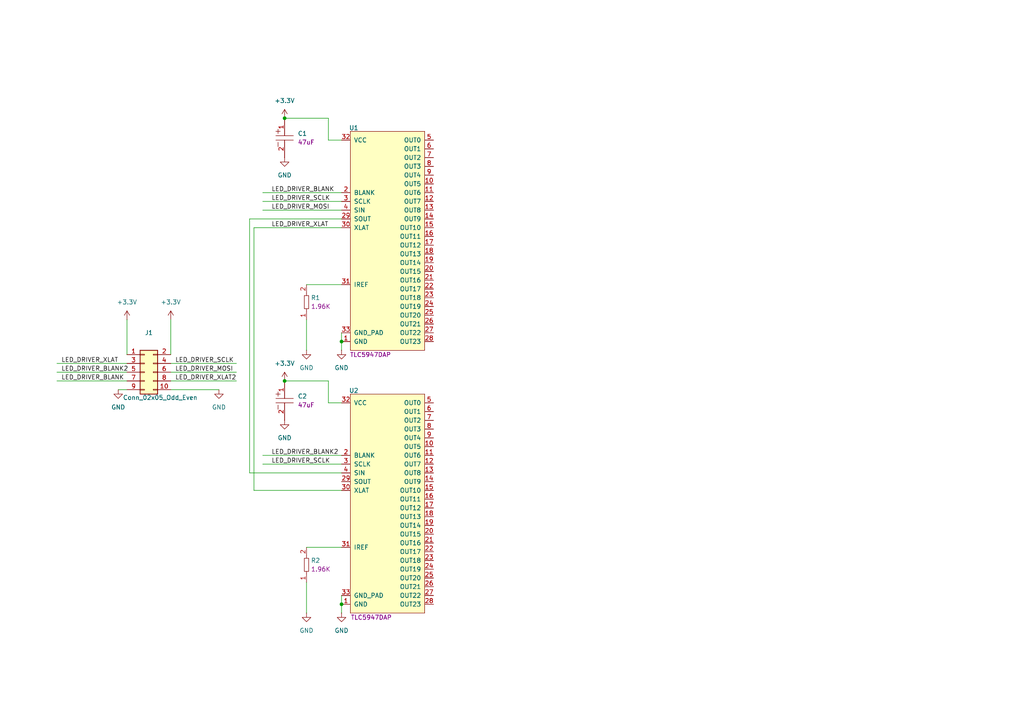
<source format=kicad_sch>
(kicad_sch (version 20231120) (generator "eeschema") (generator_version "8.0")
  (paper "A4")
  (lib_symbols
    (symbol "AVR-KiCAD-Lib-Capacitors:UCM1C470MCL1GS" (pin_names (offset 1.016))
      (property "Reference" "C" (at -2.54 2.54 0))
      (property "_Value_" "47uF" (at 58.42 63.5 0))
      (symbol "UCM1C470MCL1GS_0_1"
        (polyline (pts (xy -1.27 -1.27) (xy -1.27 -2.54)))
        (polyline (pts (xy -0.635 -1.905) (xy -1.905 -1.905)))
        (polyline (pts (xy 1.905 -1.905) (xy 3.175 -1.905)))
      )
      (symbol "UCM1C470MCL1GS_1_1"
        (polyline (pts (xy 0 2.54) (xy 0 -2.54)))
        (polyline (pts (xy 1.27 2.54) (xy 1.27 -2.54)))
        (pin input line (at -5.08 0 0) (length 5.08) (name "~") (number "1"))
        (pin input line (at 6.35 0 180) (length 5.08) (name "~") (number "2"))
      )
    )
    (symbol "AVR-KiCAD-Lib-ICs:TLC5947DAP" (pin_names (offset 1.016))
      (property "Reference" "U" (at 0 62.23 0))
      (property "_Value_" "TLC5947DAP" (at 6.35 -3.81 0))
      (symbol "TLC5947DAP_1_1"
        (rectangle (start 0 60.96) (end 21.59 -2.54) (fill (type background)))
        (pin input line (at -2.54 0 0) (length 2.54) (name "GND") (number "1"))
        (pin output line (at 24.13 45.72 180) (length 2.54) (name "OUT5") (number "10"))
        (pin output line (at 24.13 43.18 180) (length 2.54) (name "OUT6") (number "11"))
        (pin output line (at 24.13 40.64 180) (length 2.54) (name "OUT7") (number "12"))
        (pin output line (at 24.13 38.1 180) (length 2.54) (name "OUT8") (number "13"))
        (pin output line (at 24.13 35.56 180) (length 2.54) (name "OUT9") (number "14"))
        (pin output line (at 24.13 33.02 180) (length 2.54) (name "OUT10") (number "15"))
        (pin output line (at 24.13 30.48 180) (length 2.54) (name "OUT11") (number "16"))
        (pin output line (at 24.13 27.94 180) (length 2.54) (name "OUT12") (number "17"))
        (pin output line (at 24.13 25.4 180) (length 2.54) (name "OUT13") (number "18"))
        (pin output line (at 24.13 22.86 180) (length 2.54) (name "OUT14") (number "19"))
        (pin input line (at -2.54 43.18 0) (length 2.54) (name "BLANK") (number "2"))
        (pin output line (at 24.13 20.32 180) (length 2.54) (name "OUT15") (number "20"))
        (pin output line (at 24.13 17.78 180) (length 2.54) (name "OUT16") (number "21"))
        (pin output line (at 24.13 15.24 180) (length 2.54) (name "OUT17") (number "22"))
        (pin output line (at 24.13 12.7 180) (length 2.54) (name "OUT18") (number "23"))
        (pin output line (at 24.13 10.16 180) (length 2.54) (name "OUT19") (number "24"))
        (pin output line (at 24.13 7.62 180) (length 2.54) (name "OUT20") (number "25"))
        (pin output line (at 24.13 5.08 180) (length 2.54) (name "OUT21") (number "26"))
        (pin output line (at 24.13 2.54 180) (length 2.54) (name "OUT22") (number "27"))
        (pin output line (at 24.13 0 180) (length 2.54) (name "OUT23") (number "28"))
        (pin output line (at -2.54 35.56 0) (length 2.54) (name "SOUT") (number "29"))
        (pin input line (at -2.54 40.64 0) (length 2.54) (name "SCLK") (number "3"))
        (pin input line (at -2.54 33.02 0) (length 2.54) (name "XLAT") (number "30"))
        (pin input line (at -2.54 16.51 0) (length 2.54) (name "IREF") (number "31"))
        (pin power_in line (at -2.54 58.42 0) (length 2.54) (name "VCC") (number "32"))
        (pin passive line (at -2.54 2.54 0) (length 2.54) (name "GND_PAD") (number "33"))
        (pin input line (at -2.54 38.1 0) (length 2.54) (name "SIN") (number "4"))
        (pin output line (at 24.13 58.42 180) (length 2.54) (name "OUT0") (number "5"))
        (pin output line (at 24.13 55.88 180) (length 2.54) (name "OUT1") (number "6"))
        (pin output line (at 24.13 53.34 180) (length 2.54) (name "OUT2") (number "7"))
        (pin output line (at 24.13 50.8 180) (length 2.54) (name "OUT3") (number "8"))
        (pin output line (at 24.13 48.26 180) (length 2.54) (name "OUT4") (number "9"))
      )
    )
    (symbol "AVR-KiCAD-Lib-Resistors:RC0805FR-071K96L" (pin_names (offset 1.016))
      (property "Reference" "R" (at -2.54 2.54 0))
      (property "Value" "RC0805FR-071K96L" (at 1.27 5.08 0))
      (property "_Value_" "1.96K" (at 58.42 63.5 0))
      (symbol "RC0805FR-071K96L_0_1"
        (rectangle (start -1.905 0.635) (end 1.905 -0.635))
        (polyline (pts (xy -2.54 0) (xy -1.905 0)))
        (polyline (pts (xy -1.905 0) (xy -1.905 0)))
        (polyline (pts (xy 1.905 0) (xy 1.905 0)))
        (polyline (pts (xy 2.54 0) (xy 1.905 0)))
      )
      (symbol "RC0805FR-071K96L_1_1"
        (pin passive line (at -5.08 0 0) (length 2.5146) (name "~") (number "1"))
        (pin passive line (at 5.08 0 180) (length 2.5146) (name "~") (number "2"))
      )
    )
    (symbol "Connector_Generic:Conn_02x05_Odd_Even" (pin_names (offset 1.016) hide)
      (property "Reference" "J" (at 1.27 7.62 0))
      (property "Value" "Conn_02x05_Odd_Even" (at 1.27 -7.62 0))
      (symbol "Conn_02x05_Odd_Even_1_1"
        (rectangle (start -1.27 -4.953) (end 0 -5.207) (stroke (width 0.1524)))
        (rectangle (start -1.27 -2.413) (end 0 -2.667) (stroke (width 0.1524)))
        (rectangle (start -1.27 0.127) (end 0 -0.127) (stroke (width 0.1524)))
        (rectangle (start -1.27 2.667) (end 0 2.413) (stroke (width 0.1524)))
        (rectangle (start -1.27 5.207) (end 0 4.953) (stroke (width 0.1524)))
        (rectangle (start -1.27 6.35) (end 3.81 -6.35) (stroke (width 0.254)) (fill (type background)))
        (rectangle (start 3.81 -4.953) (end 2.54 -5.207) (stroke (width 0.1524)))
        (rectangle (start 3.81 -2.413) (end 2.54 -2.667) (stroke (width 0.1524)))
        (rectangle (start 3.81 0.127) (end 2.54 -0.127) (stroke (width 0.1524)))
        (rectangle (start 3.81 2.667) (end 2.54 2.413) (stroke (width 0.1524)))
        (rectangle (start 3.81 5.207) (end 2.54 4.953) (stroke (width 0.1524)))
        (pin passive line (at -5.08 5.08 0) (length 3.81) (name "Pin_1") (number "1"))
        (pin passive line (at 7.62 -5.08 180) (length 3.81) (name "Pin_10") (number "10"))
        (pin passive line (at 7.62 5.08 180) (length 3.81) (name "Pin_2") (number "2"))
        (pin passive line (at -5.08 2.54 0) (length 3.81) (name "Pin_3") (number "3"))
        (pin passive line (at 7.62 2.54 180) (length 3.81) (name "Pin_4") (number "4"))
        (pin passive line (at -5.08 0 0) (length 3.81) (name "Pin_5") (number "5"))
        (pin passive line (at 7.62 0 180) (length 3.81) (name "Pin_6") (number "6"))
        (pin passive line (at -5.08 -2.54 0) (length 3.81) (name "Pin_7") (number "7"))
        (pin passive line (at 7.62 -2.54 180) (length 3.81) (name "Pin_8") (number "8"))
        (pin passive line (at -5.08 -5.08 0) (length 3.81) (name "Pin_9") (number "9"))
      )
    )
    (symbol "power:+3.3V" (power) (pin_numbers hide) (pin_names (offset 0) hide)
      (property "Value" "+3.3V" (at 0 3.556 0))
      (symbol "+3.3V_0_1"
        (polyline (pts (xy -0.762 1.27) (xy 0 2.54)))
        (polyline (pts (xy 0 0) (xy 0 2.54)))
        (polyline (pts (xy 0 2.54) (xy 0.762 1.27)))
      )
      (symbol "+3.3V_1_1"
        (pin power_in line (at 0 0 90) (length 0) (name "~") (number "1"))
      )
    )
    (symbol "power:GND" (power) (pin_numbers hide) (pin_names (offset 0) hide)
      (property "Value" "GND" (at 0 -3.81 0))
      (symbol "GND_0_1"
        (polyline (pts (xy 0 0) (xy 0 -1.27) (xy 1.27 -1.27) (xy 0 -2.54) (xy -1.27 -1.27) (xy 0 -1.27)))
      )
      (symbol "GND_1_1"
        (pin power_in line (at 0 0 270) (length 0) (name "~") (number "1"))
      )
    )
  )
  (junction (at 82.55 34.29))
  (junction (at 99.06 175.26))
  (junction (at 82.55 110.49))
  (junction (at 99.06 99.06))
  (wire (pts (xy 49.53 113.03) (xy 63.5 113.03)))
  (wire (pts (xy 88.9 82.55) (xy 99.06 82.55)))
  (wire (pts (xy 49.53 107.95) (xy 68.58 107.95)))
  (wire (pts (xy 76.2 60.96) (xy 99.06 60.96)))
  (wire (pts (xy 99.06 172.72) (xy 99.06 175.26)))
  (wire (pts (xy 95.25 40.64) (xy 99.06 40.64)))
  (wire (pts (xy 72.39 137.16) (xy 99.06 137.16)))
  (wire (pts (xy 16.51 110.49) (xy 36.83 110.49)))
  (wire (pts (xy 99.06 99.06) (xy 99.06 101.6)))
  (wire (pts (xy 82.55 110.49) (xy 95.25 110.49)))
  (wire (pts (xy 73.66 66.04) (xy 99.06 66.04)))
  (wire (pts (xy 36.83 92.71) (xy 36.83 102.87)))
  (wire (pts (xy 82.55 34.29) (xy 95.25 34.29)))
  (wire (pts (xy 95.25 34.29) (xy 95.25 40.64)))
  (wire (pts (xy 16.51 107.95) (xy 36.83 107.95)))
  (wire (pts (xy 99.06 175.26) (xy 99.06 177.8)))
  (wire (pts (xy 95.25 110.49) (xy 95.25 116.84)))
  (wire (pts (xy 88.9 92.71) (xy 88.9 101.6)))
  (wire (pts (xy 73.66 142.24) (xy 99.06 142.24)))
  (wire (pts (xy 76.2 58.42) (xy 99.06 58.42)))
  (wire (pts (xy 34.29 113.03) (xy 36.83 113.03)))
  (wire (pts (xy 49.53 110.49) (xy 68.58 110.49)))
  (wire (pts (xy 49.53 92.71) (xy 49.53 102.87)))
  (wire (pts (xy 76.2 134.62) (xy 99.06 134.62)))
  (wire (pts (xy 76.2 55.88) (xy 99.06 55.88)))
  (wire (pts (xy 49.53 105.41) (xy 68.58 105.41)))
  (wire (pts (xy 73.66 66.04) (xy 73.66 142.24)))
  (wire (pts (xy 72.39 63.5) (xy 72.39 137.16)))
  (wire (pts (xy 76.2 132.08) (xy 99.06 132.08)))
  (wire (pts (xy 88.9 168.91) (xy 88.9 177.8)))
  (wire (pts (xy 88.9 158.75) (xy 99.06 158.75)))
  (wire (pts (xy 16.51 105.41) (xy 36.83 105.41)))
  (wire (pts (xy 99.06 96.52) (xy 99.06 99.06)))
  (wire (pts (xy 95.25 116.84) (xy 99.06 116.84)))
  (wire (pts (xy 72.39 63.5) (xy 99.06 63.5)))
  (label "LED_DRIVER_BLANK2" (at 78.74 132.08 0))
  (label "LED_DRIVER_XLAT" (at 78.74 66.04 0))
  (label "LED_DRIVER_BLANK" (at 78.74 55.88 0))
  (label "LED_DRIVER_SCLK" (at 50.8 105.41 0))
  (label "LED_DRIVER_MOSI" (at 78.74 60.96 0))
  (label "LED_DRIVER_BLANK" (at 17.78 110.49 0))
  (label "LED_DRIVER_MOSI" (at 50.8 107.95 0))
  (label "LED_DRIVER_SCLK" (at 78.74 58.42 0))
  (label "LED_DRIVER_SCLK" (at 78.74 134.62 0))
  (label "LED_DRIVER_XLAT2" (at 50.8 110.49 0))
  (label "LED_DRIVER_XLAT" (at 17.78 105.41 0))
  (label "LED_DRIVER_BLANK2" (at 17.78 107.95 0))
  (symbol (lib_id "AVR-KiCAD-Lib-Capacitors:UCM1C470MCL1GS") (at 82.55 39.37 270) (unit 1)
    (property "Reference" "C1" (at 86.36 38.7349 90) (effects (justify left)))
    (property "Value" "UCM1C470MCL1GS" (effects (hide yes)))
    (property "Footprint" "AVR-KiCAD-Lib-Capacitors:UCM1C470MCL1GS" (effects (hide yes)))
    (property "Datasheet" "http://nichicon-us.com/english/products/pdfs/e-ucm.pdf" (effects (hide yes)))
    (property "Description" "47µF 16V Aluminum Electrolytic Capacitors Radial, Can - SMD  2000 Hrs @ 105°C" (effects (hide yes)))
    (property "Cost QTY: 1" "0.60000" (effects (hide yes)))
    (property "Cost QTY: 1000" "0.17512" (effects (hide yes)))
    (property "Cost QTY: 2500" "*" (effects (hide yes)))
    (property "Cost QTY: 5000" "*" (effects (hide yes)))
    (property "Cost QTY: 10000" "0.12589" (effects (hide yes)))
    (property "MFR" "Nichicon" (effects (hide yes)))
    (property "MFR#" "UCM1C470MCL1GS" (effects (hide yes)))
    (property "Vendor" "Digikey" (effects (hide yes)))
    (property "Vendor #" "493-14529-2-ND" (effects (hide yes)))
    (property "Designer" "AVR" (effects (hide yes)))
    (property "Height" "6.10mm" (effects (hide yes)))
    (property "Date Created" "6/21/2020" (effects (hide yes)))
    (property "Date Modified" "6/21/2020" (effects (hide yes)))
    (property "Lead-Free ?" "Yes" (effects (hide yes)))
    (property "RoHS Levels" "1" (effects (hide yes)))
    (property "Mounting" "SMT" (effects (hide yes)))
    (property "Pin Count #" "2" (effects (hide yes)))
    (property "Status" "Active" (effects (hide yes)))
    (property "Tolerance" "20%" (effects (hide yes)))
    (property "Type" "Capacitor" (effects (hide yes)))
    (property "Voltage" "16V" (effects (hide yes)))
    (property "Package" "Radial Can SMD" (effects (hide yes)))
    (property "_Value_" "47uF" (at 86.36 41.2749 90) (effects (justify left)))
    (property "Management_ID" "*" (effects (hide yes)))
  )
  (symbol (lib_id "power:GND") (at 99.06 177.8 0) (unit 1)
    (property "Reference" "#PWR010" (effects (hide yes)))
    (property "Value" "GND" (at 99.06 182.88 0))
    (property "Description" "Power symbol creates a global label with name \"GND\" , ground" (effects (hide yes)))
  )
  (symbol (lib_id "power:GND") (at 63.5 113.03 0) (unit 1)
    (property "Reference" "#PWR04" (effects (hide yes)))
    (property "Value" "GND" (at 63.5 118.11 0))
    (property "Description" "Power symbol creates a global label with name \"GND\" , ground" (effects (hide yes)))
  )
  (symbol (lib_id "power:GND") (at 82.55 121.92 0) (unit 1)
    (property "Reference" "#PWR08" (effects (hide yes)))
    (property "Value" "GND" (at 82.55 127 0))
    (property "Description" "Power symbol creates a global label with name \"GND\" , ground" (effects (hide yes)))
  )
  (symbol (lib_id "AVR-KiCAD-Lib-Resistors:RC0805FR-071K96L") (at 88.9 163.83 90) (unit 1)
    (property "Reference" "R2" (at 90.17 162.5599 90) (effects (justify right)))
    (property "Value" "RC0805FR-071K96L" (effects (hide yes)))
    (property "Footprint" "AVR-KiCAD-Lib-Resistors:R0805" (effects (hide yes)))
    (property "Datasheet" "https://www.yageo.com/upload/media/product/products/datasheet/rchip/PYu-RC_Group_51_RoHS_L_12.pdf" (effects (hide yes)))
    (property "Description" "1.96 kOhms ±1% 0.125W, 1/8W Chip Resistor 0805 (2012 Metric) Moisture Resistant Thick Film" (effects (hide yes)))
    (property "Cost QTY: 1" "0.10000" (effects (hide yes)))
    (property "Cost QTY: 1000" "0.00787" (effects (hide yes)))
    (property "Cost QTY: 2500" "*" (effects (hide yes)))
    (property "Cost QTY: 5000" "0.00577" (effects (hide yes)))
    (property "Cost QTY: 10000" "0.00511" (effects (hide yes)))
    (property "MFR" "YAGEO" (effects (hide yes)))
    (property "MFR#" "RC0805FR-071K96L" (effects (hide yes)))
    (property "Vendor" "Digikey" (effects (hide yes)))
    (property "Vendor #" "311-1.96KCRTR-ND" (effects (hide yes)))
    (property "Designer" "Adam Vadala-Roth" (effects (hide yes)))
    (property "Height" "0.6mm" (effects (hide yes)))
    (property "Date Created" "3/12/2024" (effects (hide yes)))
    (property "Date Modified" "3/12/2024" (effects (hide yes)))
    (property "Lead-Free ?" "Yes" (effects (hide yes)))
    (property "RoHS Levels" "1" (effects (hide yes)))
    (property "Mounting" "SMT" (effects (hide yes)))
    (property "Pin Count #" "2" (effects (hide yes)))
    (property "Status" "Active" (effects (hide yes)))
    (property "Tolerance" "1%" (effects (hide yes)))
    (property "Type" "Resistor" (effects (hide yes)))
    (property "Voltage" "N/A" (effects (hide yes)))
    (property "Package" "0805" (effects (hide yes)))
    (property "_Value_" "1.96K" (at 90.17 165.0999 90) (effects (justify right)))
    (property "Management_ID" "*" (effects (hide yes)))
  )
  (symbol (lib_id "power:+3.3V") (at 82.55 110.49 0) (unit 1)
    (property "Reference" "#PWR07" (effects (hide yes)))
    (property "Value" "+3.3V" (at 82.55 105.41 0))
    (property "Description" "Power symbol creates a global label with name \"+3.3V\"" (effects (hide yes)))
  )
  (symbol (lib_id "power:+3.3V") (at 36.83 92.71 0) (unit 1)
    (property "Reference" "#PWR02" (effects (hide yes)))
    (property "Value" "+3.3V" (at 36.83 87.63 0))
    (property "Description" "Power symbol creates a global label with name \"+3.3V\"" (effects (hide yes)))
  )
  (symbol (lib_id "AVR-KiCAD-Lib-ICs:TLC5947DAP") (at 101.6 99.06 0) (unit 1)
    (property "Reference" "U1" (at 102.616 37.084 0))
    (property "Value" "TLC5947DAP" (effects (hide yes)))
    (property "Footprint" "AVR-KiCAD-Lib-ICs:DAP32_4P36X4P11" (effects (hide yes)))
    (property "Datasheet" "https://www.ti.com/lit/ds/symlink/tlc5947.pdf" (effects (hide yes)))
    (property "Description" "IC LED DRVR LINEAR 30MA 32HTSSOP" (effects (hide yes)))
    (property "Cost QTY: 1" "4.66000" (effects (hide yes)))
    (property "Cost QTY: 1000" "2.46319" (effects (hide yes)))
    (property "Cost QTY: 2500" "*" (effects (hide yes)))
    (property "Cost QTY: 5000" "*" (effects (hide yes)))
    (property "Cost QTY: 10000" "*" (effects (hide yes)))
    (property "MFR" "Texas Instruments" (effects (hide yes)))
    (property "MFR#" "TLC5947DAP" (effects (hide yes)))
    (property "Vendor" "Digikey" (effects (hide yes)))
    (property "Vendor #" "296-23576-5-ND" (effects (hide yes)))
    (property "Designer" "Adam Vadala-Roth" (effects (hide yes)))
    (property "Height" "1.2mm" (effects (hide yes)))
    (property "Date Created" "9/26/2023" (effects (hide yes)))
    (property "Date Modified" "9/26/2023" (effects (hide yes)))
    (property "Lead-Free ?" "Yes" (effects (hide yes)))
    (property "RoHS Levels" "1" (effects (hide yes)))
    (property "Mounting" "SMT" (effects (hide yes)))
    (property "Pin Count #" "32" (effects (hide yes)))
    (property "Status" "Active" (effects (hide yes)))
    (property "Tolerance" "N/A" (effects (hide yes)))
    (property "Type" "IC" (effects (hide yes)))
    (property "Voltage" "3-5.5VDC" (effects (hide yes)))
    (property "Package" "32-HTSSOP" (effects (hide yes)))
    (property "_Value_" "TLC5947DAP" (at 107.442 102.87 0))
    (property "Management_ID" "*" (effects (hide yes)))
  )
  (symbol (lib_id "AVR-KiCAD-Lib-ICs:TLC5947DAP") (at 101.6 175.26 0) (unit 1)
    (property "Reference" "U2" (at 102.616 113.284 0))
    (property "Value" "TLC5947DAP" (effects (hide yes)))
    (property "Footprint" "AVR-KiCAD-Lib-ICs:DAP32_4P36X4P11" (effects (hide yes)))
    (property "Datasheet" "https://www.ti.com/lit/ds/symlink/tlc5947.pdf" (effects (hide yes)))
    (property "Description" "IC LED DRVR LINEAR 30MA 32HTSSOP" (effects (hide yes)))
    (property "Cost QTY: 1" "4.66000" (effects (hide yes)))
    (property "Cost QTY: 1000" "2.46319" (effects (hide yes)))
    (property "Cost QTY: 2500" "*" (effects (hide yes)))
    (property "Cost QTY: 5000" "*" (effects (hide yes)))
    (property "Cost QTY: 10000" "*" (effects (hide yes)))
    (property "MFR" "Texas Instruments" (effects (hide yes)))
    (property "MFR#" "TLC5947DAP" (effects (hide yes)))
    (property "Vendor" "Digikey" (effects (hide yes)))
    (property "Vendor #" "296-23576-5-ND" (effects (hide yes)))
    (property "Designer" "Adam Vadala-Roth" (effects (hide yes)))
    (property "Height" "1.2mm" (effects (hide yes)))
    (property "Date Created" "9/26/2023" (effects (hide yes)))
    (property "Date Modified" "9/26/2023" (effects (hide yes)))
    (property "Lead-Free ?" "Yes" (effects (hide yes)))
    (property "RoHS Levels" "1" (effects (hide yes)))
    (property "Mounting" "SMT" (effects (hide yes)))
    (property "Pin Count #" "32" (effects (hide yes)))
    (property "Status" "Active" (effects (hide yes)))
    (property "Tolerance" "N/A" (effects (hide yes)))
    (property "Type" "IC" (effects (hide yes)))
    (property "Voltage" "3-5.5VDC" (effects (hide yes)))
    (property "Package" "32-HTSSOP" (effects (hide yes)))
    (property "_Value_" "TLC5947DAP" (at 107.696 179.07 0))
    (property "Management_ID" "*" (effects (hide yes)))
  )
  (symbol (lib_id "power:GND") (at 88.9 101.6 0) (unit 1)
    (property "Reference" "#PWR011" (effects (hide yes)))
    (property "Value" "GND" (at 88.9 106.68 0))
    (property "Description" "Power symbol creates a global label with name \"GND\" , ground" (effects (hide yes)))
  )
  (symbol (lib_id "AVR-KiCAD-Lib-Resistors:RC0805FR-071K96L") (at 88.9 87.63 90) (unit 1)
    (property "Reference" "R1" (at 90.17 86.3599 90) (effects (justify right)))
    (property "Value" "RC0805FR-071K96L" (effects (hide yes)))
    (property "Footprint" "AVR-KiCAD-Lib-Resistors:R0805" (effects (hide yes)))
    (property "Datasheet" "https://www.yageo.com/upload/media/product/products/datasheet/rchip/PYu-RC_Group_51_RoHS_L_12.pdf" (effects (hide yes)))
    (property "Description" "1.96 kOhms ±1% 0.125W, 1/8W Chip Resistor 0805 (2012 Metric) Moisture Resistant Thick Film" (effects (hide yes)))
    (property "Cost QTY: 1" "0.10000" (effects (hide yes)))
    (property "Cost QTY: 1000" "0.00787" (effects (hide yes)))
    (property "Cost QTY: 2500" "*" (effects (hide yes)))
    (property "Cost QTY: 5000" "0.00577" (effects (hide yes)))
    (property "Cost QTY: 10000" "0.00511" (effects (hide yes)))
    (property "MFR" "YAGEO" (effects (hide yes)))
    (property "MFR#" "RC0805FR-071K96L" (effects (hide yes)))
    (property "Vendor" "Digikey" (effects (hide yes)))
    (property "Vendor #" "311-1.96KCRTR-ND" (effects (hide yes)))
    (property "Designer" "Adam Vadala-Roth" (effects (hide yes)))
    (property "Height" "0.6mm" (effects (hide yes)))
    (property "Date Created" "3/12/2024" (effects (hide yes)))
    (property "Date Modified" "3/12/2024" (effects (hide yes)))
    (property "Lead-Free ?" "Yes" (effects (hide yes)))
    (property "RoHS Levels" "1" (effects (hide yes)))
    (property "Mounting" "SMT" (effects (hide yes)))
    (property "Pin Count #" "2" (effects (hide yes)))
    (property "Status" "Active" (effects (hide yes)))
    (property "Tolerance" "1%" (effects (hide yes)))
    (property "Type" "Resistor" (effects (hide yes)))
    (property "Voltage" "N/A" (effects (hide yes)))
    (property "Package" "0805" (effects (hide yes)))
    (property "_Value_" "1.96K" (at 90.17 88.8999 90) (effects (justify right)))
    (property "Management_ID" "*" (effects (hide yes)))
  )
  (symbol (lib_id "Connector_Generic:Conn_02x05_Odd_Even") (at 41.91 107.95 0) (unit 1)
    (property "Reference" "J1" (at 43.18 96.52 0))
    (property "Value" "Conn_02x05_Odd_Even" (at 46.482 115.316 0))
    (property "Footprint" "Connector_PinHeader_2.54mm:PinHeader_2x05_P2.54mm_Vertical" (effects (hide yes)))
    (property "Description" "Generic connector, double row, 02x05, odd/even pin numbering scheme (row 1 odd numbers, row 2 even numbers), script generated (kicad-library-utils/schlib/autogen/connector/)" (effects (hide yes)))
  )
  (symbol (lib_id "power:GND") (at 88.9 177.8 0) (unit 1)
    (property "Reference" "#PWR012" (effects (hide yes)))
    (property "Value" "GND" (at 88.9 182.88 0))
    (property "Description" "Power symbol creates a global label with name \"GND\" , ground" (effects (hide yes)))
  )
  (symbol (lib_id "AVR-KiCAD-Lib-Capacitors:UCM1C470MCL1GS") (at 82.55 115.57 270) (unit 1)
    (property "Reference" "C2" (at 86.36 114.9349 90) (effects (justify left)))
    (property "Value" "UCM1C470MCL1GS" (effects (hide yes)))
    (property "Footprint" "AVR-KiCAD-Lib-Capacitors:UCM1C470MCL1GS" (effects (hide yes)))
    (property "Datasheet" "http://nichicon-us.com/english/products/pdfs/e-ucm.pdf" (effects (hide yes)))
    (property "Description" "47µF 16V Aluminum Electrolytic Capacitors Radial, Can - SMD  2000 Hrs @ 105°C" (effects (hide yes)))
    (property "Cost QTY: 1" "0.60000" (effects (hide yes)))
    (property "Cost QTY: 1000" "0.17512" (effects (hide yes)))
    (property "Cost QTY: 2500" "*" (effects (hide yes)))
    (property "Cost QTY: 5000" "*" (effects (hide yes)))
    (property "Cost QTY: 10000" "0.12589" (effects (hide yes)))
    (property "MFR" "Nichicon" (effects (hide yes)))
    (property "MFR#" "UCM1C470MCL1GS" (effects (hide yes)))
    (property "Vendor" "Digikey" (effects (hide yes)))
    (property "Vendor #" "493-14529-2-ND" (effects (hide yes)))
    (property "Designer" "AVR" (effects (hide yes)))
    (property "Height" "6.10mm" (effects (hide yes)))
    (property "Date Created" "6/21/2020" (effects (hide yes)))
    (property "Date Modified" "6/21/2020" (effects (hide yes)))
    (property "Lead-Free ?" "Yes" (effects (hide yes)))
    (property "RoHS Levels" "1" (effects (hide yes)))
    (property "Mounting" "SMT" (effects (hide yes)))
    (property "Pin Count #" "2" (effects (hide yes)))
    (property "Status" "Active" (effects (hide yes)))
    (property "Tolerance" "20%" (effects (hide yes)))
    (property "Type" "Capacitor" (effects (hide yes)))
    (property "Voltage" "16V" (effects (hide yes)))
    (property "Package" "Radial Can SMD" (effects (hide yes)))
    (property "_Value_" "47uF" (at 86.36 117.4749 90) (effects (justify left)))
    (property "Management_ID" "*" (effects (hide yes)))
  )
  (symbol (lib_id "power:+3.3V") (at 49.53 92.71 0) (unit 1)
    (property "Reference" "#PWR01" (effects (hide yes)))
    (property "Value" "+3.3V" (at 49.53 87.63 0))
    (property "Description" "Power symbol creates a global label with name \"+3.3V\"" (effects (hide yes)))
  )
  (symbol (lib_id "power:GND") (at 82.55 45.72 0) (unit 1)
    (property "Reference" "#PWR06" (effects (hide yes)))
    (property "Value" "GND" (at 82.55 50.8 0))
    (property "Description" "Power symbol creates a global label with name \"GND\" , ground" (effects (hide yes)))
  )
  (symbol (lib_id "power:GND") (at 99.06 101.6 0) (unit 1)
    (property "Reference" "#PWR09" (effects (hide yes)))
    (property "Value" "GND" (at 99.06 106.68 0))
    (property "Description" "Power symbol creates a global label with name \"GND\" , ground" (effects (hide yes)))
  )
  (symbol (lib_id "power:+3.3V") (at 82.55 34.29 0) (unit 1)
    (property "Reference" "#PWR05" (effects (hide yes)))
    (property "Value" "+3.3V" (at 82.55 29.21 0))
    (property "Description" "Power symbol creates a global label with name \"+3.3V\"" (effects (hide yes)))
  )
  (symbol (lib_id "power:GND") (at 34.29 113.03 0) (unit 1)
    (property "Reference" "#PWR03" (effects (hide yes)))
    (property "Value" "GND" (at 34.29 118.11 0))
    (property "Description" "Power symbol creates a global label with name \"GND\" , ground" (effects (hide yes)))
  )
)
</source>
